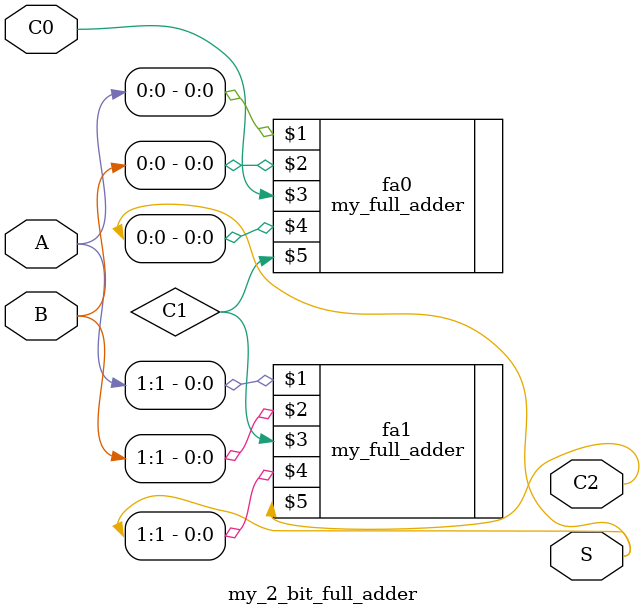
<source format=v>
`timescale 1ns / 1ps


module my_2_bit_full_adder(
    input [1:0] A,
    input [1:0] B,
    input C0,
    output [1:0] S,
    output C2
    );
    
    wire C1;
    
    my_full_adder fa0(A[0], B[0], C0, S[0], C1);
    my_full_adder fa1(A[1], B[1], C1, S[1], C2);
    
endmodule

</source>
